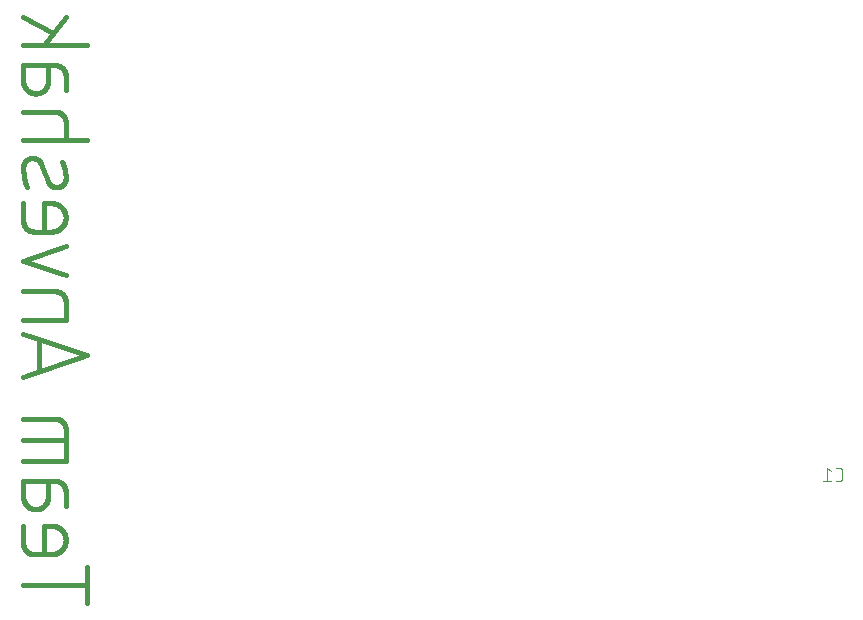
<source format=gbr>
G04 EAGLE Gerber RS-274X export*
G75*
%MOMM*%
%FSLAX34Y34*%
%LPD*%
%INSilkscreen Bottom*%
%IPPOS*%
%AMOC8*
5,1,8,0,0,1.08239X$1,22.5*%
G01*
%ADD10C,0.457200*%
%ADD11C,0.101600*%


D10*
X510286Y144244D02*
X564134Y144244D01*
X564134Y129286D02*
X564134Y159202D01*
X510286Y179225D02*
X510286Y194183D01*
X510286Y179225D02*
X510289Y179008D01*
X510296Y178791D01*
X510310Y178575D01*
X510328Y178359D01*
X510351Y178143D01*
X510380Y177928D01*
X510414Y177714D01*
X510453Y177501D01*
X510497Y177288D01*
X510547Y177077D01*
X510601Y176867D01*
X510661Y176659D01*
X510725Y176452D01*
X510795Y176246D01*
X510869Y176042D01*
X510949Y175841D01*
X511033Y175641D01*
X511122Y175443D01*
X511216Y175247D01*
X511314Y175054D01*
X511417Y174863D01*
X511525Y174675D01*
X511637Y174489D01*
X511754Y174307D01*
X511875Y174127D01*
X512000Y173950D01*
X512130Y173776D01*
X512263Y173605D01*
X512401Y173438D01*
X512543Y173273D01*
X512689Y173113D01*
X512838Y172956D01*
X512992Y172802D01*
X513149Y172653D01*
X513309Y172507D01*
X513474Y172365D01*
X513641Y172227D01*
X513812Y172094D01*
X513986Y171964D01*
X514163Y171839D01*
X514343Y171718D01*
X514525Y171601D01*
X514711Y171489D01*
X514899Y171381D01*
X515090Y171278D01*
X515283Y171180D01*
X515479Y171086D01*
X515677Y170997D01*
X515877Y170913D01*
X516078Y170833D01*
X516282Y170759D01*
X516488Y170689D01*
X516695Y170625D01*
X516903Y170565D01*
X517113Y170511D01*
X517324Y170461D01*
X517537Y170417D01*
X517750Y170378D01*
X517964Y170344D01*
X518179Y170315D01*
X518395Y170292D01*
X518611Y170274D01*
X518827Y170260D01*
X519044Y170253D01*
X519261Y170250D01*
X519261Y170251D02*
X534218Y170251D01*
X534509Y170255D01*
X534801Y170265D01*
X535091Y170283D01*
X535382Y170308D01*
X535671Y170340D01*
X535960Y170379D01*
X536248Y170424D01*
X536535Y170477D01*
X536820Y170537D01*
X537103Y170604D01*
X537385Y170678D01*
X537665Y170758D01*
X537943Y170846D01*
X538219Y170940D01*
X538493Y171041D01*
X538764Y171148D01*
X539032Y171262D01*
X539297Y171382D01*
X539559Y171509D01*
X539819Y171643D01*
X540074Y171782D01*
X540327Y171928D01*
X540575Y172080D01*
X540820Y172237D01*
X541062Y172401D01*
X541299Y172571D01*
X541531Y172746D01*
X541760Y172927D01*
X541984Y173113D01*
X542203Y173305D01*
X542418Y173502D01*
X542628Y173704D01*
X542832Y173912D01*
X543032Y174124D01*
X543227Y174341D01*
X543416Y174563D01*
X543599Y174789D01*
X543777Y175020D01*
X543950Y175254D01*
X544116Y175494D01*
X544277Y175737D01*
X544432Y175983D01*
X544581Y176234D01*
X544723Y176488D01*
X544860Y176746D01*
X544990Y177006D01*
X545114Y177270D01*
X545231Y177537D01*
X545342Y177807D01*
X545446Y178079D01*
X545543Y178353D01*
X545634Y178630D01*
X545718Y178909D01*
X545795Y179190D01*
X545865Y179473D01*
X545929Y179758D01*
X545985Y180044D01*
X546034Y180331D01*
X546077Y180619D01*
X546112Y180908D01*
X546141Y181198D01*
X546162Y181489D01*
X546176Y181780D01*
X546183Y182071D01*
X546183Y182363D01*
X546176Y182654D01*
X546162Y182945D01*
X546141Y183236D01*
X546112Y183526D01*
X546077Y183815D01*
X546034Y184103D01*
X545985Y184390D01*
X545929Y184676D01*
X545865Y184961D01*
X545795Y185244D01*
X545718Y185525D01*
X545634Y185804D01*
X545543Y186081D01*
X545446Y186355D01*
X545342Y186627D01*
X545231Y186897D01*
X545114Y187164D01*
X544990Y187428D01*
X544860Y187688D01*
X544723Y187946D01*
X544581Y188200D01*
X544432Y188451D01*
X544277Y188697D01*
X544116Y188940D01*
X543950Y189180D01*
X543777Y189414D01*
X543599Y189645D01*
X543416Y189871D01*
X543227Y190093D01*
X543032Y190310D01*
X542832Y190522D01*
X542628Y190730D01*
X542418Y190932D01*
X542203Y191129D01*
X541984Y191321D01*
X541760Y191507D01*
X541531Y191688D01*
X541299Y191863D01*
X541062Y192033D01*
X540820Y192197D01*
X540575Y192354D01*
X540327Y192506D01*
X540074Y192652D01*
X539819Y192791D01*
X539559Y192925D01*
X539297Y193052D01*
X539032Y193172D01*
X538764Y193286D01*
X538493Y193393D01*
X538219Y193494D01*
X537943Y193588D01*
X537665Y193676D01*
X537385Y193756D01*
X537103Y193830D01*
X536820Y193897D01*
X536535Y193957D01*
X536248Y194010D01*
X535960Y194055D01*
X535671Y194094D01*
X535382Y194126D01*
X535091Y194151D01*
X534801Y194169D01*
X534509Y194179D01*
X534218Y194183D01*
X528235Y194183D01*
X528235Y170251D01*
X531227Y218734D02*
X531227Y232196D01*
X531226Y218734D02*
X531223Y218479D01*
X531214Y218224D01*
X531198Y217970D01*
X531176Y217716D01*
X531148Y217462D01*
X531114Y217210D01*
X531074Y216958D01*
X531028Y216707D01*
X530976Y216458D01*
X530917Y216209D01*
X530853Y215963D01*
X530782Y215718D01*
X530706Y215474D01*
X530623Y215233D01*
X530535Y214994D01*
X530441Y214757D01*
X530341Y214522D01*
X530236Y214290D01*
X530125Y214060D01*
X530008Y213834D01*
X529886Y213610D01*
X529759Y213389D01*
X529626Y213171D01*
X529488Y212957D01*
X529345Y212746D01*
X529196Y212539D01*
X529043Y212335D01*
X528885Y212135D01*
X528722Y211939D01*
X528554Y211747D01*
X528381Y211559D01*
X528204Y211376D01*
X528023Y211197D01*
X527837Y211022D01*
X527647Y210852D01*
X527453Y210686D01*
X527255Y210526D01*
X527054Y210370D01*
X526848Y210219D01*
X526639Y210073D01*
X526426Y209932D01*
X526210Y209797D01*
X525991Y209667D01*
X525769Y209542D01*
X525543Y209423D01*
X525315Y209309D01*
X525084Y209201D01*
X524851Y209098D01*
X524615Y209001D01*
X524377Y208910D01*
X524137Y208825D01*
X523894Y208745D01*
X523650Y208672D01*
X523404Y208604D01*
X523157Y208543D01*
X522908Y208488D01*
X522658Y208438D01*
X522406Y208395D01*
X522154Y208358D01*
X521901Y208327D01*
X521647Y208302D01*
X521393Y208283D01*
X521138Y208271D01*
X520883Y208265D01*
X520629Y208265D01*
X520374Y208271D01*
X520119Y208283D01*
X519865Y208302D01*
X519611Y208327D01*
X519358Y208358D01*
X519106Y208395D01*
X518854Y208438D01*
X518604Y208488D01*
X518355Y208543D01*
X518108Y208604D01*
X517862Y208672D01*
X517618Y208745D01*
X517375Y208825D01*
X517135Y208910D01*
X516897Y209001D01*
X516661Y209098D01*
X516428Y209201D01*
X516197Y209309D01*
X515969Y209423D01*
X515743Y209542D01*
X515521Y209667D01*
X515302Y209797D01*
X515086Y209932D01*
X514873Y210073D01*
X514664Y210219D01*
X514458Y210370D01*
X514257Y210526D01*
X514059Y210686D01*
X513865Y210852D01*
X513675Y211022D01*
X513489Y211197D01*
X513308Y211376D01*
X513131Y211559D01*
X512958Y211747D01*
X512790Y211939D01*
X512627Y212135D01*
X512469Y212335D01*
X512316Y212539D01*
X512167Y212746D01*
X512024Y212957D01*
X511886Y213171D01*
X511753Y213389D01*
X511626Y213610D01*
X511504Y213834D01*
X511387Y214060D01*
X511276Y214290D01*
X511171Y214522D01*
X511071Y214757D01*
X510977Y214994D01*
X510889Y215233D01*
X510806Y215474D01*
X510730Y215718D01*
X510659Y215963D01*
X510595Y216209D01*
X510536Y216458D01*
X510484Y216707D01*
X510438Y216958D01*
X510398Y217210D01*
X510364Y217462D01*
X510336Y217716D01*
X510314Y217970D01*
X510298Y218224D01*
X510289Y218479D01*
X510286Y218734D01*
X510286Y232196D01*
X537210Y232196D01*
X537210Y232197D02*
X537427Y232194D01*
X537644Y232187D01*
X537860Y232173D01*
X538076Y232155D01*
X538292Y232132D01*
X538507Y232103D01*
X538721Y232069D01*
X538934Y232030D01*
X539147Y231986D01*
X539358Y231936D01*
X539568Y231882D01*
X539776Y231822D01*
X539983Y231758D01*
X540189Y231688D01*
X540393Y231614D01*
X540594Y231534D01*
X540794Y231450D01*
X540992Y231361D01*
X541188Y231267D01*
X541381Y231169D01*
X541572Y231066D01*
X541760Y230958D01*
X541946Y230846D01*
X542128Y230729D01*
X542308Y230608D01*
X542485Y230483D01*
X542659Y230353D01*
X542830Y230220D01*
X542997Y230082D01*
X543162Y229940D01*
X543322Y229794D01*
X543479Y229644D01*
X543633Y229491D01*
X543782Y229334D01*
X543928Y229174D01*
X544070Y229009D01*
X544208Y228842D01*
X544341Y228671D01*
X544471Y228497D01*
X544596Y228320D01*
X544717Y228140D01*
X544834Y227958D01*
X544946Y227772D01*
X545054Y227584D01*
X545157Y227393D01*
X545255Y227200D01*
X545349Y227004D01*
X545438Y226806D01*
X545522Y226606D01*
X545602Y226405D01*
X545676Y226201D01*
X545746Y225995D01*
X545810Y225788D01*
X545870Y225580D01*
X545924Y225370D01*
X545974Y225159D01*
X546018Y224946D01*
X546057Y224733D01*
X546091Y224519D01*
X546120Y224304D01*
X546143Y224088D01*
X546161Y223872D01*
X546175Y223656D01*
X546182Y223439D01*
X546185Y223222D01*
X546185Y211255D01*
X546185Y248976D02*
X510286Y248976D01*
X546185Y248976D02*
X546185Y275900D01*
X546182Y276117D01*
X546175Y276334D01*
X546161Y276550D01*
X546143Y276766D01*
X546120Y276982D01*
X546091Y277197D01*
X546057Y277411D01*
X546018Y277624D01*
X545974Y277837D01*
X545924Y278048D01*
X545870Y278258D01*
X545810Y278466D01*
X545746Y278673D01*
X545676Y278879D01*
X545602Y279083D01*
X545522Y279284D01*
X545438Y279484D01*
X545349Y279682D01*
X545255Y279878D01*
X545157Y280071D01*
X545054Y280262D01*
X544946Y280450D01*
X544834Y280636D01*
X544717Y280818D01*
X544596Y280998D01*
X544471Y281175D01*
X544341Y281349D01*
X544208Y281520D01*
X544070Y281687D01*
X543928Y281852D01*
X543782Y282012D01*
X543633Y282169D01*
X543479Y282323D01*
X543322Y282472D01*
X543162Y282618D01*
X542997Y282760D01*
X542830Y282898D01*
X542659Y283031D01*
X542485Y283161D01*
X542308Y283286D01*
X542128Y283407D01*
X541946Y283524D01*
X541760Y283636D01*
X541572Y283744D01*
X541381Y283847D01*
X541188Y283945D01*
X540992Y284039D01*
X540794Y284128D01*
X540594Y284212D01*
X540393Y284292D01*
X540189Y284366D01*
X539983Y284436D01*
X539776Y284500D01*
X539568Y284560D01*
X539358Y284614D01*
X539147Y284664D01*
X538934Y284708D01*
X538721Y284747D01*
X538507Y284781D01*
X538292Y284810D01*
X538076Y284833D01*
X537860Y284851D01*
X537644Y284865D01*
X537427Y284872D01*
X537210Y284875D01*
X510286Y284875D01*
X510286Y266926D02*
X546185Y266926D01*
X510286Y320541D02*
X564134Y338490D01*
X510286Y356440D01*
X523748Y351952D02*
X523748Y325028D01*
X510286Y368878D02*
X546185Y368878D01*
X546185Y383836D01*
X546182Y384056D01*
X546174Y384276D01*
X546161Y384496D01*
X546142Y384716D01*
X546118Y384935D01*
X546088Y385153D01*
X546053Y385370D01*
X546013Y385587D01*
X545967Y385802D01*
X545916Y386017D01*
X545860Y386230D01*
X545799Y386441D01*
X545732Y386651D01*
X545660Y386860D01*
X545584Y387066D01*
X545502Y387271D01*
X545415Y387473D01*
X545323Y387673D01*
X545227Y387871D01*
X545125Y388067D01*
X545019Y388260D01*
X544908Y388450D01*
X544793Y388638D01*
X544672Y388822D01*
X544548Y389004D01*
X544419Y389182D01*
X544285Y389358D01*
X544148Y389530D01*
X544006Y389698D01*
X543860Y389863D01*
X543710Y390025D01*
X543556Y390182D01*
X543399Y390336D01*
X543237Y390486D01*
X543072Y390632D01*
X542904Y390774D01*
X542732Y390911D01*
X542556Y391045D01*
X542378Y391174D01*
X542196Y391298D01*
X542012Y391419D01*
X541824Y391534D01*
X541634Y391645D01*
X541441Y391751D01*
X541245Y391853D01*
X541047Y391949D01*
X540847Y392041D01*
X540645Y392128D01*
X540440Y392210D01*
X540234Y392286D01*
X540025Y392358D01*
X539815Y392425D01*
X539604Y392486D01*
X539391Y392542D01*
X539176Y392593D01*
X538961Y392639D01*
X538744Y392679D01*
X538527Y392714D01*
X538309Y392743D01*
X538090Y392768D01*
X537870Y392787D01*
X537650Y392800D01*
X537430Y392808D01*
X537210Y392811D01*
X510286Y392811D01*
X510286Y418818D02*
X546185Y406851D01*
X546185Y430784D02*
X510286Y418818D01*
X510286Y452339D02*
X510286Y467296D01*
X510286Y452339D02*
X510289Y452122D01*
X510296Y451905D01*
X510310Y451689D01*
X510328Y451473D01*
X510351Y451257D01*
X510380Y451042D01*
X510414Y450828D01*
X510453Y450615D01*
X510497Y450402D01*
X510547Y450191D01*
X510601Y449981D01*
X510661Y449773D01*
X510725Y449566D01*
X510795Y449360D01*
X510869Y449156D01*
X510949Y448955D01*
X511033Y448755D01*
X511122Y448557D01*
X511216Y448361D01*
X511314Y448168D01*
X511417Y447977D01*
X511525Y447789D01*
X511637Y447603D01*
X511754Y447421D01*
X511875Y447241D01*
X512000Y447064D01*
X512130Y446890D01*
X512263Y446719D01*
X512401Y446552D01*
X512543Y446387D01*
X512689Y446227D01*
X512838Y446070D01*
X512992Y445916D01*
X513149Y445767D01*
X513309Y445621D01*
X513474Y445479D01*
X513641Y445341D01*
X513812Y445208D01*
X513986Y445078D01*
X514163Y444953D01*
X514343Y444832D01*
X514525Y444715D01*
X514711Y444603D01*
X514899Y444495D01*
X515090Y444392D01*
X515283Y444294D01*
X515479Y444200D01*
X515677Y444111D01*
X515877Y444027D01*
X516078Y443947D01*
X516282Y443873D01*
X516488Y443803D01*
X516695Y443739D01*
X516903Y443679D01*
X517113Y443625D01*
X517324Y443575D01*
X517537Y443531D01*
X517750Y443492D01*
X517964Y443458D01*
X518179Y443429D01*
X518395Y443406D01*
X518611Y443388D01*
X518827Y443374D01*
X519044Y443367D01*
X519261Y443364D01*
X534218Y443364D01*
X534509Y443368D01*
X534801Y443378D01*
X535091Y443396D01*
X535382Y443421D01*
X535671Y443453D01*
X535960Y443492D01*
X536248Y443537D01*
X536535Y443590D01*
X536820Y443650D01*
X537103Y443717D01*
X537385Y443791D01*
X537665Y443871D01*
X537943Y443959D01*
X538219Y444053D01*
X538493Y444154D01*
X538764Y444261D01*
X539032Y444375D01*
X539297Y444495D01*
X539559Y444622D01*
X539819Y444756D01*
X540074Y444895D01*
X540327Y445041D01*
X540575Y445193D01*
X540820Y445350D01*
X541062Y445514D01*
X541299Y445684D01*
X541531Y445859D01*
X541760Y446040D01*
X541984Y446226D01*
X542203Y446418D01*
X542418Y446615D01*
X542628Y446817D01*
X542832Y447025D01*
X543032Y447237D01*
X543227Y447454D01*
X543416Y447676D01*
X543599Y447902D01*
X543777Y448133D01*
X543950Y448367D01*
X544116Y448607D01*
X544277Y448850D01*
X544432Y449096D01*
X544581Y449347D01*
X544723Y449601D01*
X544860Y449859D01*
X544990Y450119D01*
X545114Y450383D01*
X545231Y450650D01*
X545342Y450920D01*
X545446Y451192D01*
X545543Y451466D01*
X545634Y451743D01*
X545718Y452022D01*
X545795Y452303D01*
X545865Y452586D01*
X545929Y452871D01*
X545985Y453157D01*
X546034Y453444D01*
X546077Y453732D01*
X546112Y454021D01*
X546141Y454311D01*
X546162Y454602D01*
X546176Y454893D01*
X546183Y455184D01*
X546183Y455476D01*
X546176Y455767D01*
X546162Y456058D01*
X546141Y456349D01*
X546112Y456639D01*
X546077Y456928D01*
X546034Y457216D01*
X545985Y457503D01*
X545929Y457789D01*
X545865Y458074D01*
X545795Y458357D01*
X545718Y458638D01*
X545634Y458917D01*
X545543Y459194D01*
X545446Y459468D01*
X545342Y459740D01*
X545231Y460010D01*
X545114Y460277D01*
X544990Y460541D01*
X544860Y460801D01*
X544723Y461059D01*
X544581Y461313D01*
X544432Y461564D01*
X544277Y461810D01*
X544116Y462053D01*
X543950Y462293D01*
X543777Y462527D01*
X543599Y462758D01*
X543416Y462984D01*
X543227Y463206D01*
X543032Y463423D01*
X542832Y463635D01*
X542628Y463843D01*
X542418Y464045D01*
X542203Y464242D01*
X541984Y464434D01*
X541760Y464620D01*
X541531Y464801D01*
X541299Y464976D01*
X541062Y465146D01*
X540820Y465310D01*
X540575Y465467D01*
X540327Y465619D01*
X540074Y465765D01*
X539819Y465904D01*
X539559Y466038D01*
X539297Y466165D01*
X539032Y466285D01*
X538764Y466399D01*
X538493Y466506D01*
X538219Y466607D01*
X537943Y466701D01*
X537665Y466789D01*
X537385Y466869D01*
X537103Y466943D01*
X536820Y467010D01*
X536535Y467070D01*
X536248Y467123D01*
X535960Y467168D01*
X535671Y467207D01*
X535382Y467239D01*
X535091Y467264D01*
X534801Y467282D01*
X534509Y467292D01*
X534218Y467296D01*
X528235Y467296D01*
X528235Y443364D01*
X531227Y485824D02*
X525244Y500782D01*
X531227Y485824D02*
X531299Y485650D01*
X531376Y485477D01*
X531456Y485306D01*
X531541Y485138D01*
X531630Y484971D01*
X531723Y484806D01*
X531820Y484644D01*
X531921Y484485D01*
X532025Y484328D01*
X532134Y484173D01*
X532246Y484021D01*
X532362Y483872D01*
X532481Y483726D01*
X532604Y483582D01*
X532731Y483442D01*
X532860Y483305D01*
X532993Y483171D01*
X533130Y483040D01*
X533269Y482913D01*
X533412Y482789D01*
X533557Y482669D01*
X533706Y482552D01*
X533857Y482439D01*
X534011Y482329D01*
X534167Y482224D01*
X534326Y482122D01*
X534488Y482024D01*
X534652Y481930D01*
X534818Y481840D01*
X534986Y481754D01*
X535156Y481672D01*
X535328Y481595D01*
X535502Y481521D01*
X535678Y481452D01*
X535855Y481387D01*
X536034Y481327D01*
X536215Y481271D01*
X536396Y481219D01*
X536579Y481172D01*
X536763Y481129D01*
X536948Y481091D01*
X537134Y481057D01*
X537320Y481028D01*
X537507Y481003D01*
X537695Y480983D01*
X537883Y480967D01*
X538072Y480956D01*
X538261Y480950D01*
X538449Y480948D01*
X538638Y480951D01*
X538827Y480958D01*
X539015Y480970D01*
X539204Y480987D01*
X539391Y481008D01*
X539578Y481034D01*
X539765Y481064D01*
X539950Y481099D01*
X540135Y481138D01*
X540319Y481182D01*
X540501Y481230D01*
X540683Y481283D01*
X540863Y481340D01*
X541041Y481401D01*
X541218Y481467D01*
X541394Y481537D01*
X541567Y481611D01*
X541739Y481690D01*
X541909Y481772D01*
X542077Y481859D01*
X542242Y481950D01*
X542405Y482045D01*
X542566Y482143D01*
X542725Y482246D01*
X542881Y482353D01*
X543034Y482463D01*
X543185Y482577D01*
X543332Y482694D01*
X543477Y482816D01*
X543619Y482940D01*
X543758Y483068D01*
X543894Y483200D01*
X544026Y483334D01*
X544155Y483472D01*
X544281Y483613D01*
X544403Y483757D01*
X544522Y483904D01*
X544637Y484054D01*
X544748Y484206D01*
X544856Y484361D01*
X544960Y484519D01*
X545060Y484679D01*
X545156Y484842D01*
X545248Y485007D01*
X545336Y485174D01*
X545420Y485343D01*
X545499Y485514D01*
X545575Y485687D01*
X545646Y485862D01*
X545713Y486039D01*
X545776Y486217D01*
X545834Y486396D01*
X545888Y486577D01*
X545938Y486759D01*
X545983Y486943D01*
X546024Y487127D01*
X546060Y487313D01*
X546092Y487499D01*
X546119Y487686D01*
X546141Y487873D01*
X546159Y488061D01*
X546173Y488250D01*
X546181Y488438D01*
X546186Y488627D01*
X546185Y488816D01*
X546185Y488815D02*
X546163Y489632D01*
X546122Y490448D01*
X546061Y491262D01*
X545981Y492075D01*
X545881Y492886D01*
X545762Y493694D01*
X545623Y494499D01*
X545465Y495301D01*
X545288Y496098D01*
X545092Y496891D01*
X544876Y497679D01*
X544642Y498461D01*
X544389Y499238D01*
X544118Y500009D01*
X543828Y500772D01*
X543519Y501529D01*
X543193Y502277D01*
X525244Y500782D02*
X525172Y500956D01*
X525095Y501129D01*
X525015Y501300D01*
X524930Y501468D01*
X524841Y501635D01*
X524748Y501800D01*
X524651Y501962D01*
X524550Y502121D01*
X524446Y502278D01*
X524337Y502433D01*
X524225Y502585D01*
X524109Y502734D01*
X523990Y502880D01*
X523867Y503024D01*
X523740Y503164D01*
X523611Y503301D01*
X523478Y503435D01*
X523341Y503566D01*
X523202Y503693D01*
X523059Y503817D01*
X522914Y503937D01*
X522765Y504054D01*
X522614Y504167D01*
X522460Y504277D01*
X522304Y504382D01*
X522145Y504484D01*
X521983Y504582D01*
X521819Y504676D01*
X521653Y504766D01*
X521485Y504852D01*
X521315Y504934D01*
X521143Y505011D01*
X520969Y505085D01*
X520793Y505154D01*
X520616Y505219D01*
X520437Y505279D01*
X520256Y505335D01*
X520075Y505387D01*
X519892Y505434D01*
X519708Y505477D01*
X519523Y505515D01*
X519337Y505549D01*
X519151Y505578D01*
X518964Y505603D01*
X518776Y505623D01*
X518588Y505639D01*
X518399Y505650D01*
X518210Y505656D01*
X518022Y505658D01*
X517833Y505655D01*
X517644Y505648D01*
X517456Y505636D01*
X517267Y505619D01*
X517080Y505598D01*
X516893Y505572D01*
X516706Y505542D01*
X516521Y505507D01*
X516336Y505468D01*
X516152Y505424D01*
X515970Y505376D01*
X515788Y505323D01*
X515608Y505266D01*
X515430Y505205D01*
X515253Y505139D01*
X515077Y505069D01*
X514904Y504995D01*
X514732Y504916D01*
X514562Y504834D01*
X514394Y504747D01*
X514229Y504656D01*
X514066Y504561D01*
X513905Y504463D01*
X513746Y504360D01*
X513590Y504253D01*
X513437Y504143D01*
X513286Y504029D01*
X513139Y503912D01*
X512994Y503790D01*
X512852Y503666D01*
X512713Y503538D01*
X512577Y503406D01*
X512445Y503272D01*
X512316Y503134D01*
X512190Y502993D01*
X512068Y502849D01*
X511949Y502702D01*
X511834Y502552D01*
X511723Y502400D01*
X511615Y502245D01*
X511511Y502087D01*
X511411Y501927D01*
X511315Y501764D01*
X511223Y501599D01*
X511135Y501432D01*
X511051Y501263D01*
X510972Y501092D01*
X510896Y500919D01*
X510825Y500744D01*
X510758Y500567D01*
X510695Y500389D01*
X510637Y500210D01*
X510583Y500029D01*
X510533Y499847D01*
X510488Y499663D01*
X510447Y499479D01*
X510411Y499293D01*
X510379Y499107D01*
X510352Y498920D01*
X510330Y498733D01*
X510312Y498545D01*
X510298Y498356D01*
X510290Y498168D01*
X510285Y497979D01*
X510286Y497790D01*
X510318Y496591D01*
X510377Y495392D01*
X510465Y494195D01*
X510582Y493001D01*
X510726Y491810D01*
X510899Y490622D01*
X511099Y489439D01*
X511328Y488261D01*
X511584Y487089D01*
X511868Y485923D01*
X512180Y484764D01*
X512519Y483613D01*
X512885Y482470D01*
X513278Y481337D01*
X510286Y520770D02*
X564134Y520770D01*
X546185Y520770D02*
X546185Y535728D01*
X546182Y535948D01*
X546174Y536168D01*
X546161Y536388D01*
X546142Y536608D01*
X546118Y536827D01*
X546088Y537045D01*
X546053Y537262D01*
X546013Y537479D01*
X545967Y537694D01*
X545916Y537909D01*
X545860Y538122D01*
X545799Y538333D01*
X545732Y538543D01*
X545660Y538752D01*
X545584Y538958D01*
X545502Y539163D01*
X545415Y539365D01*
X545323Y539565D01*
X545227Y539763D01*
X545125Y539959D01*
X545019Y540152D01*
X544908Y540342D01*
X544793Y540530D01*
X544672Y540714D01*
X544548Y540896D01*
X544419Y541074D01*
X544285Y541250D01*
X544148Y541422D01*
X544006Y541590D01*
X543860Y541755D01*
X543710Y541917D01*
X543556Y542074D01*
X543399Y542228D01*
X543237Y542378D01*
X543072Y542524D01*
X542904Y542666D01*
X542732Y542803D01*
X542556Y542937D01*
X542378Y543066D01*
X542196Y543190D01*
X542012Y543311D01*
X541824Y543426D01*
X541634Y543537D01*
X541441Y543643D01*
X541245Y543745D01*
X541047Y543841D01*
X540847Y543933D01*
X540645Y544020D01*
X540440Y544102D01*
X540234Y544178D01*
X540025Y544250D01*
X539815Y544317D01*
X539604Y544378D01*
X539391Y544434D01*
X539176Y544485D01*
X538961Y544531D01*
X538744Y544571D01*
X538527Y544606D01*
X538309Y544635D01*
X538090Y544660D01*
X537870Y544679D01*
X537650Y544692D01*
X537430Y544700D01*
X537210Y544703D01*
X510286Y544703D01*
X531227Y570715D02*
X531227Y584177D01*
X531226Y570715D02*
X531223Y570460D01*
X531214Y570205D01*
X531198Y569951D01*
X531176Y569697D01*
X531148Y569443D01*
X531114Y569191D01*
X531074Y568939D01*
X531028Y568688D01*
X530976Y568439D01*
X530917Y568190D01*
X530853Y567944D01*
X530782Y567699D01*
X530706Y567455D01*
X530623Y567214D01*
X530535Y566975D01*
X530441Y566738D01*
X530341Y566503D01*
X530236Y566271D01*
X530125Y566041D01*
X530008Y565815D01*
X529886Y565591D01*
X529759Y565370D01*
X529626Y565152D01*
X529488Y564938D01*
X529345Y564727D01*
X529196Y564520D01*
X529043Y564316D01*
X528885Y564116D01*
X528722Y563920D01*
X528554Y563728D01*
X528381Y563540D01*
X528204Y563357D01*
X528023Y563178D01*
X527837Y563003D01*
X527647Y562833D01*
X527453Y562667D01*
X527255Y562507D01*
X527054Y562351D01*
X526848Y562200D01*
X526639Y562054D01*
X526426Y561913D01*
X526210Y561778D01*
X525991Y561648D01*
X525769Y561523D01*
X525543Y561404D01*
X525315Y561290D01*
X525084Y561182D01*
X524851Y561079D01*
X524615Y560982D01*
X524377Y560891D01*
X524137Y560806D01*
X523894Y560726D01*
X523650Y560653D01*
X523404Y560585D01*
X523157Y560524D01*
X522908Y560469D01*
X522658Y560419D01*
X522406Y560376D01*
X522154Y560339D01*
X521901Y560308D01*
X521647Y560283D01*
X521393Y560264D01*
X521138Y560252D01*
X520883Y560246D01*
X520629Y560246D01*
X520374Y560252D01*
X520119Y560264D01*
X519865Y560283D01*
X519611Y560308D01*
X519358Y560339D01*
X519106Y560376D01*
X518854Y560419D01*
X518604Y560469D01*
X518355Y560524D01*
X518108Y560585D01*
X517862Y560653D01*
X517618Y560726D01*
X517375Y560806D01*
X517135Y560891D01*
X516897Y560982D01*
X516661Y561079D01*
X516428Y561182D01*
X516197Y561290D01*
X515969Y561404D01*
X515743Y561523D01*
X515521Y561648D01*
X515302Y561778D01*
X515086Y561913D01*
X514873Y562054D01*
X514664Y562200D01*
X514458Y562351D01*
X514257Y562507D01*
X514059Y562667D01*
X513865Y562833D01*
X513675Y563003D01*
X513489Y563178D01*
X513308Y563357D01*
X513131Y563540D01*
X512958Y563728D01*
X512790Y563920D01*
X512627Y564116D01*
X512469Y564316D01*
X512316Y564520D01*
X512167Y564727D01*
X512024Y564938D01*
X511886Y565152D01*
X511753Y565370D01*
X511626Y565591D01*
X511504Y565815D01*
X511387Y566041D01*
X511276Y566271D01*
X511171Y566503D01*
X511071Y566738D01*
X510977Y566975D01*
X510889Y567214D01*
X510806Y567455D01*
X510730Y567699D01*
X510659Y567944D01*
X510595Y568190D01*
X510536Y568439D01*
X510484Y568688D01*
X510438Y568939D01*
X510398Y569191D01*
X510364Y569443D01*
X510336Y569697D01*
X510314Y569951D01*
X510298Y570205D01*
X510289Y570460D01*
X510286Y570715D01*
X510286Y584177D01*
X537210Y584177D01*
X537427Y584174D01*
X537644Y584167D01*
X537860Y584153D01*
X538076Y584135D01*
X538292Y584112D01*
X538507Y584083D01*
X538721Y584049D01*
X538934Y584010D01*
X539147Y583966D01*
X539358Y583916D01*
X539568Y583862D01*
X539776Y583802D01*
X539983Y583738D01*
X540189Y583668D01*
X540393Y583594D01*
X540594Y583514D01*
X540794Y583430D01*
X540992Y583341D01*
X541188Y583247D01*
X541381Y583149D01*
X541572Y583046D01*
X541760Y582938D01*
X541946Y582826D01*
X542128Y582709D01*
X542308Y582588D01*
X542485Y582463D01*
X542659Y582333D01*
X542830Y582200D01*
X542997Y582062D01*
X543162Y581920D01*
X543322Y581774D01*
X543479Y581624D01*
X543633Y581471D01*
X543782Y581314D01*
X543928Y581154D01*
X544070Y580989D01*
X544208Y580822D01*
X544341Y580651D01*
X544471Y580477D01*
X544596Y580300D01*
X544717Y580120D01*
X544834Y579938D01*
X544946Y579752D01*
X545054Y579564D01*
X545157Y579373D01*
X545255Y579180D01*
X545349Y578984D01*
X545438Y578786D01*
X545522Y578586D01*
X545602Y578385D01*
X545676Y578181D01*
X545746Y577975D01*
X545810Y577768D01*
X545870Y577560D01*
X545924Y577350D01*
X545974Y577139D01*
X546018Y576926D01*
X546057Y576713D01*
X546091Y576499D01*
X546120Y576284D01*
X546143Y576068D01*
X546161Y575852D01*
X546175Y575636D01*
X546182Y575419D01*
X546185Y575202D01*
X546185Y563236D01*
X564134Y601004D02*
X510286Y601004D01*
X528235Y601004D02*
X546185Y624936D01*
X535714Y611474D02*
X510286Y624936D01*
D11*
X1198364Y231808D02*
X1200961Y231808D01*
X1201060Y231810D01*
X1201160Y231816D01*
X1201259Y231825D01*
X1201357Y231838D01*
X1201455Y231855D01*
X1201553Y231876D01*
X1201649Y231901D01*
X1201744Y231929D01*
X1201838Y231961D01*
X1201931Y231996D01*
X1202023Y232035D01*
X1202113Y232078D01*
X1202201Y232123D01*
X1202288Y232173D01*
X1202372Y232225D01*
X1202455Y232281D01*
X1202535Y232339D01*
X1202613Y232401D01*
X1202688Y232466D01*
X1202761Y232534D01*
X1202831Y232604D01*
X1202899Y232677D01*
X1202964Y232752D01*
X1203026Y232830D01*
X1203084Y232910D01*
X1203140Y232993D01*
X1203192Y233077D01*
X1203242Y233164D01*
X1203287Y233252D01*
X1203330Y233342D01*
X1203369Y233434D01*
X1203404Y233527D01*
X1203436Y233621D01*
X1203464Y233716D01*
X1203489Y233812D01*
X1203510Y233910D01*
X1203527Y234008D01*
X1203540Y234106D01*
X1203549Y234205D01*
X1203555Y234305D01*
X1203557Y234404D01*
X1203557Y240896D01*
X1203555Y240995D01*
X1203549Y241095D01*
X1203540Y241194D01*
X1203527Y241292D01*
X1203510Y241390D01*
X1203489Y241488D01*
X1203464Y241584D01*
X1203436Y241679D01*
X1203404Y241773D01*
X1203369Y241866D01*
X1203330Y241958D01*
X1203287Y242048D01*
X1203242Y242136D01*
X1203192Y242223D01*
X1203140Y242307D01*
X1203084Y242390D01*
X1203026Y242470D01*
X1202964Y242548D01*
X1202899Y242623D01*
X1202831Y242696D01*
X1202761Y242766D01*
X1202688Y242834D01*
X1202613Y242899D01*
X1202535Y242961D01*
X1202455Y243019D01*
X1202372Y243075D01*
X1202288Y243127D01*
X1202201Y243177D01*
X1202113Y243222D01*
X1202023Y243265D01*
X1201931Y243304D01*
X1201838Y243339D01*
X1201744Y243371D01*
X1201649Y243399D01*
X1201553Y243424D01*
X1201455Y243445D01*
X1201357Y243462D01*
X1201259Y243475D01*
X1201160Y243484D01*
X1201060Y243490D01*
X1200961Y243492D01*
X1198364Y243492D01*
X1193999Y240896D02*
X1190754Y243492D01*
X1190754Y231808D01*
X1193999Y231808D02*
X1187508Y231808D01*
M02*

</source>
